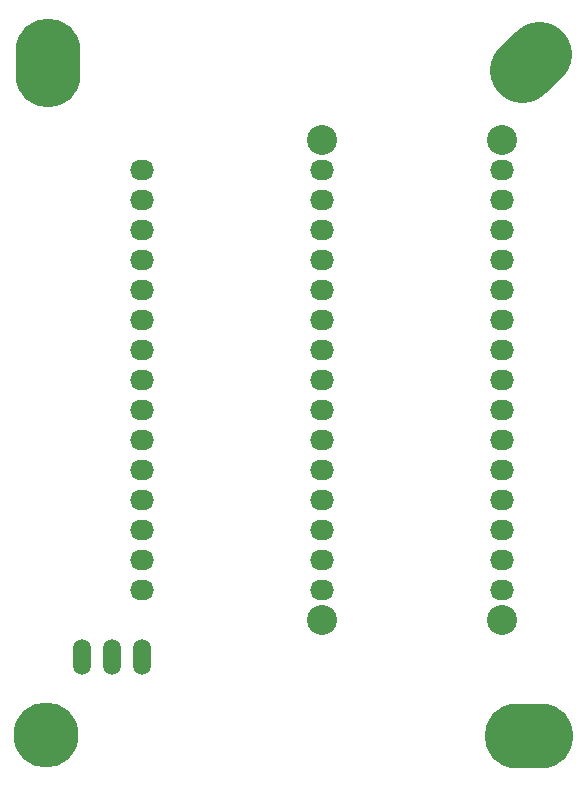
<source format=gbr>
G04 #@! TF.FileFunction,Soldermask,Bot*
%FSLAX46Y46*%
G04 Gerber Fmt 4.6, Leading zero omitted, Abs format (unit mm)*
G04 Created by KiCad (PCBNEW 4.0.0-rc2-stable) date 9/29/2016 10:51:25 PM*
%MOMM*%
G01*
G04 APERTURE LIST*
%ADD10C,0.100000*%
%ADD11O,2.032000X1.727200*%
%ADD12C,2.540000*%
%ADD13O,1.506220X3.014980*%
%ADD14C,5.500000*%
%ADD15O,7.500000X5.500000*%
%ADD16C,5.500000*%
%ADD17O,5.500000X7.500000*%
G04 APERTURE END LIST*
D10*
D11*
X124206000Y-71247000D03*
X124206000Y-73787000D03*
X124206000Y-76327000D03*
X124206000Y-78867000D03*
X124206000Y-81407000D03*
X124206000Y-83947000D03*
X124206000Y-86487000D03*
X124206000Y-89027000D03*
X124206000Y-91567000D03*
X124206000Y-94107000D03*
X124206000Y-96647000D03*
X124206000Y-99187000D03*
X124206000Y-101727000D03*
X124206000Y-104267000D03*
X124206000Y-106807000D03*
X139446000Y-71247000D03*
X139446000Y-73787000D03*
X139446000Y-76327000D03*
X139446000Y-78867000D03*
X139446000Y-81407000D03*
X139446000Y-83947000D03*
X139446000Y-86487000D03*
X139446000Y-89027000D03*
X139446000Y-91567000D03*
X139446000Y-94107000D03*
X139446000Y-96647000D03*
X139446000Y-99187000D03*
X139446000Y-101727000D03*
X139446000Y-104267000D03*
X139446000Y-106807000D03*
X154686000Y-71247000D03*
X154686000Y-73787000D03*
X154686000Y-76327000D03*
X154686000Y-78867000D03*
X154686000Y-81407000D03*
X154686000Y-83947000D03*
X154686000Y-86487000D03*
X154686000Y-89027000D03*
X154686000Y-91567000D03*
X154686000Y-94107000D03*
X154686000Y-96647000D03*
X154686000Y-99187000D03*
X154686000Y-101727000D03*
X154686000Y-104267000D03*
X154686000Y-106807000D03*
D12*
X139446000Y-68707000D03*
X139446000Y-109347000D03*
X154686000Y-109347000D03*
X154686000Y-68707000D03*
D13*
X119126000Y-112522000D03*
X121666000Y-112522000D03*
X124206000Y-112522000D03*
D14*
X157861987Y-61406053D02*
X156447773Y-62820267D01*
D15*
X156966920Y-119161560D03*
D16*
X116144040Y-119100600D03*
D17*
X116276120Y-62174120D03*
M02*

</source>
